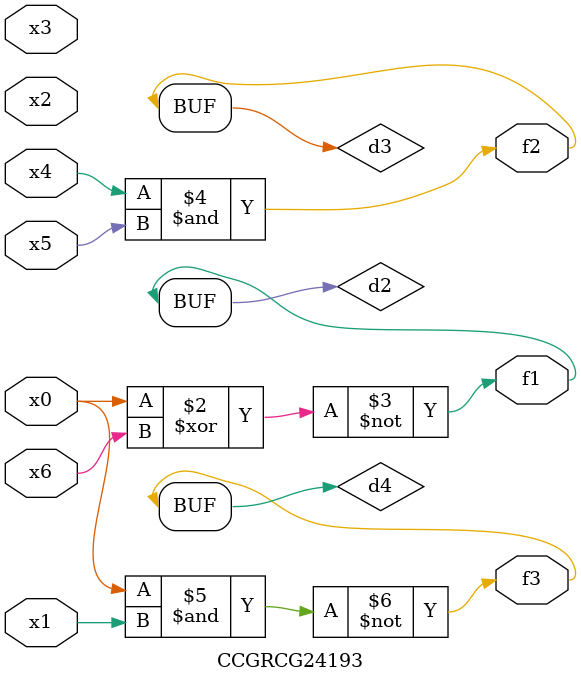
<source format=v>
module CCGRCG24193(
	input x0, x1, x2, x3, x4, x5, x6,
	output f1, f2, f3
);

	wire d1, d2, d3, d4;

	nor (d1, x0);
	xnor (d2, x0, x6);
	and (d3, x4, x5);
	nand (d4, x0, x1);
	assign f1 = d2;
	assign f2 = d3;
	assign f3 = d4;
endmodule

</source>
